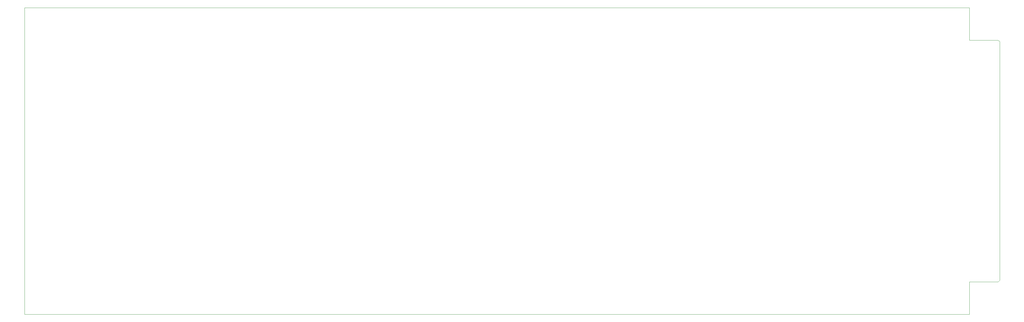
<source format=gbr>
%TF.GenerationSoftware,KiCad,Pcbnew,8.0.2*%
%TF.CreationDate,2024-05-25T20:43:41+02:00*%
%TF.ProjectId,Extender_36pin,45787465-6e64-4657-925f-333670696e2e,rev?*%
%TF.SameCoordinates,Original*%
%TF.FileFunction,Profile,NP*%
%FSLAX46Y46*%
G04 Gerber Fmt 4.6, Leading zero omitted, Abs format (unit mm)*
G04 Created by KiCad (PCBNEW 8.0.2) date 2024-05-25 20:43:41*
%MOMM*%
%LPD*%
G01*
G04 APERTURE LIST*
%TA.AperFunction,Profile*%
%ADD10C,0.050000*%
%TD*%
G04 APERTURE END LIST*
D10*
X350320000Y-86180000D02*
X60320000Y-86180000D01*
X350320000Y-96180000D02*
X350320000Y-86180000D01*
X60320000Y-180500000D02*
X60320000Y-86180000D01*
X350320000Y-180500000D02*
X60320000Y-180500000D01*
X350320000Y-170500000D02*
X350320000Y-180500000D01*
%TO.C,J2*%
X359120000Y-96180000D02*
X350320000Y-96180000D01*
X359120000Y-96180000D02*
X359620000Y-96580000D01*
X359120000Y-170500000D02*
X350320000Y-170500000D01*
X359620000Y-113530000D02*
X359620000Y-96580000D01*
X359620000Y-113530000D02*
X359620000Y-113550000D01*
X359620000Y-113550000D02*
X359620000Y-168300000D01*
X359620000Y-168300000D02*
X359620000Y-170000000D01*
X359620000Y-170000000D02*
X359120000Y-170500000D01*
%TD*%
M02*

</source>
